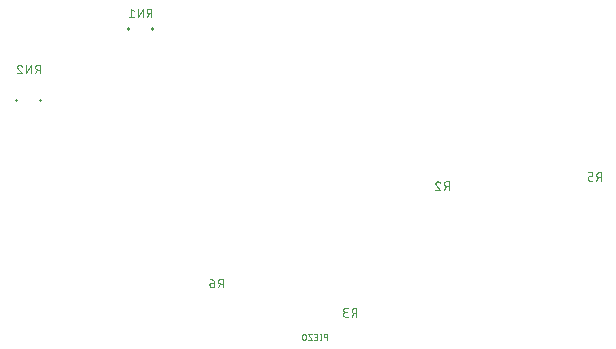
<source format=gbr>
G04 EAGLE Gerber RS-274X export*
G75*
%MOMM*%
%FSLAX34Y34*%
%LPD*%
%INSilkscreen Bottom*%
%IPPOS*%
%AMOC8*
5,1,8,0,0,1.08239X$1,22.5*%
G01*
%ADD10C,0.254000*%
%ADD11C,0.101600*%
%ADD12C,0.076200*%


D10*
X119728Y288744D02*
X119728Y288344D01*
X99728Y288344D02*
X99728Y288744D01*
D11*
X119232Y298302D02*
X119232Y305414D01*
X117257Y305414D01*
X117170Y305412D01*
X117082Y305406D01*
X116995Y305397D01*
X116909Y305383D01*
X116823Y305366D01*
X116739Y305345D01*
X116655Y305320D01*
X116572Y305291D01*
X116491Y305259D01*
X116411Y305224D01*
X116333Y305185D01*
X116256Y305142D01*
X116182Y305096D01*
X116110Y305047D01*
X116040Y304995D01*
X115972Y304939D01*
X115907Y304881D01*
X115844Y304820D01*
X115785Y304756D01*
X115728Y304689D01*
X115674Y304621D01*
X115623Y304549D01*
X115576Y304476D01*
X115531Y304401D01*
X115490Y304323D01*
X115453Y304244D01*
X115419Y304164D01*
X115389Y304082D01*
X115362Y303999D01*
X115339Y303914D01*
X115320Y303829D01*
X115305Y303743D01*
X115293Y303656D01*
X115285Y303569D01*
X115281Y303482D01*
X115281Y303394D01*
X115285Y303307D01*
X115293Y303220D01*
X115305Y303133D01*
X115320Y303047D01*
X115339Y302962D01*
X115362Y302877D01*
X115389Y302794D01*
X115419Y302712D01*
X115453Y302632D01*
X115490Y302553D01*
X115531Y302475D01*
X115576Y302400D01*
X115623Y302327D01*
X115674Y302255D01*
X115728Y302187D01*
X115785Y302120D01*
X115844Y302056D01*
X115907Y301995D01*
X115972Y301937D01*
X116040Y301881D01*
X116110Y301829D01*
X116182Y301780D01*
X116256Y301734D01*
X116333Y301691D01*
X116411Y301652D01*
X116491Y301617D01*
X116572Y301585D01*
X116655Y301556D01*
X116739Y301531D01*
X116823Y301510D01*
X116909Y301493D01*
X116995Y301479D01*
X117082Y301470D01*
X117170Y301464D01*
X117257Y301462D01*
X117257Y301463D02*
X119232Y301463D01*
X116862Y301463D02*
X115281Y298302D01*
X111734Y298302D02*
X111734Y305414D01*
X107783Y298302D01*
X107783Y305414D01*
X104175Y303834D02*
X102199Y305414D01*
X102199Y298302D01*
X100224Y298302D02*
X104175Y298302D01*
D10*
X24732Y228546D02*
X24732Y228146D01*
X4732Y228146D02*
X4732Y228546D01*
D11*
X24744Y250804D02*
X24744Y257916D01*
X22769Y257916D01*
X22682Y257914D01*
X22594Y257908D01*
X22507Y257899D01*
X22421Y257885D01*
X22335Y257868D01*
X22251Y257847D01*
X22167Y257822D01*
X22084Y257793D01*
X22003Y257761D01*
X21923Y257726D01*
X21845Y257687D01*
X21768Y257644D01*
X21694Y257598D01*
X21622Y257549D01*
X21552Y257497D01*
X21484Y257441D01*
X21419Y257383D01*
X21356Y257322D01*
X21297Y257258D01*
X21240Y257191D01*
X21186Y257123D01*
X21135Y257051D01*
X21088Y256978D01*
X21043Y256903D01*
X21002Y256825D01*
X20965Y256746D01*
X20931Y256666D01*
X20901Y256584D01*
X20874Y256501D01*
X20851Y256416D01*
X20832Y256331D01*
X20817Y256245D01*
X20805Y256158D01*
X20797Y256071D01*
X20793Y255984D01*
X20793Y255896D01*
X20797Y255809D01*
X20805Y255722D01*
X20817Y255635D01*
X20832Y255549D01*
X20851Y255464D01*
X20874Y255379D01*
X20901Y255296D01*
X20931Y255214D01*
X20965Y255134D01*
X21002Y255055D01*
X21043Y254977D01*
X21088Y254902D01*
X21135Y254829D01*
X21186Y254757D01*
X21240Y254689D01*
X21297Y254622D01*
X21356Y254558D01*
X21419Y254497D01*
X21484Y254439D01*
X21552Y254383D01*
X21622Y254331D01*
X21694Y254282D01*
X21768Y254236D01*
X21845Y254193D01*
X21923Y254154D01*
X22003Y254119D01*
X22084Y254087D01*
X22167Y254058D01*
X22251Y254033D01*
X22335Y254012D01*
X22421Y253995D01*
X22507Y253981D01*
X22594Y253972D01*
X22682Y253966D01*
X22769Y253964D01*
X22769Y253965D02*
X24744Y253965D01*
X22374Y253965D02*
X20793Y250804D01*
X17246Y250804D02*
X17246Y257916D01*
X13295Y250804D01*
X13295Y257916D01*
X7514Y257916D02*
X7432Y257914D01*
X7350Y257908D01*
X7268Y257899D01*
X7187Y257886D01*
X7107Y257869D01*
X7027Y257848D01*
X6949Y257824D01*
X6872Y257796D01*
X6796Y257765D01*
X6721Y257730D01*
X6649Y257691D01*
X6578Y257650D01*
X6509Y257605D01*
X6443Y257557D01*
X6378Y257506D01*
X6316Y257452D01*
X6257Y257395D01*
X6200Y257336D01*
X6146Y257274D01*
X6095Y257209D01*
X6047Y257143D01*
X6002Y257074D01*
X5961Y257003D01*
X5922Y256931D01*
X5887Y256856D01*
X5856Y256780D01*
X5828Y256703D01*
X5804Y256625D01*
X5783Y256545D01*
X5766Y256465D01*
X5753Y256384D01*
X5744Y256302D01*
X5738Y256220D01*
X5736Y256138D01*
X7514Y257916D02*
X7607Y257914D01*
X7699Y257908D01*
X7791Y257899D01*
X7883Y257886D01*
X7974Y257869D01*
X8064Y257849D01*
X8154Y257825D01*
X8242Y257797D01*
X8330Y257765D01*
X8415Y257731D01*
X8500Y257692D01*
X8582Y257651D01*
X8663Y257606D01*
X8743Y257557D01*
X8820Y257506D01*
X8895Y257452D01*
X8967Y257394D01*
X9038Y257334D01*
X9105Y257270D01*
X9170Y257205D01*
X9233Y257136D01*
X9292Y257065D01*
X9349Y256992D01*
X9403Y256916D01*
X9453Y256839D01*
X9501Y256759D01*
X9545Y256677D01*
X9585Y256594D01*
X9623Y256509D01*
X9657Y256423D01*
X9687Y256336D01*
X6328Y254755D02*
X6267Y254816D01*
X6209Y254879D01*
X6154Y254945D01*
X6101Y255013D01*
X6052Y255084D01*
X6007Y255156D01*
X5964Y255231D01*
X5925Y255307D01*
X5889Y255386D01*
X5857Y255465D01*
X5829Y255546D01*
X5804Y255629D01*
X5783Y255712D01*
X5766Y255796D01*
X5752Y255881D01*
X5743Y255966D01*
X5737Y256052D01*
X5735Y256138D01*
X6328Y254755D02*
X9687Y250804D01*
X5736Y250804D01*
X370855Y159272D02*
X370855Y152160D01*
X370855Y159272D02*
X368879Y159272D01*
X368792Y159270D01*
X368704Y159264D01*
X368617Y159255D01*
X368531Y159241D01*
X368445Y159224D01*
X368361Y159203D01*
X368277Y159178D01*
X368194Y159149D01*
X368113Y159117D01*
X368033Y159082D01*
X367955Y159043D01*
X367878Y159000D01*
X367804Y158954D01*
X367732Y158905D01*
X367662Y158853D01*
X367594Y158797D01*
X367529Y158739D01*
X367466Y158678D01*
X367407Y158614D01*
X367350Y158547D01*
X367296Y158479D01*
X367245Y158407D01*
X367198Y158334D01*
X367153Y158259D01*
X367112Y158181D01*
X367075Y158102D01*
X367041Y158022D01*
X367011Y157940D01*
X366984Y157857D01*
X366961Y157772D01*
X366942Y157687D01*
X366927Y157601D01*
X366915Y157514D01*
X366907Y157427D01*
X366903Y157340D01*
X366903Y157252D01*
X366907Y157165D01*
X366915Y157078D01*
X366927Y156991D01*
X366942Y156905D01*
X366961Y156820D01*
X366984Y156735D01*
X367011Y156652D01*
X367041Y156570D01*
X367075Y156490D01*
X367112Y156411D01*
X367153Y156333D01*
X367198Y156258D01*
X367245Y156185D01*
X367296Y156113D01*
X367350Y156045D01*
X367407Y155978D01*
X367466Y155914D01*
X367529Y155853D01*
X367594Y155795D01*
X367662Y155739D01*
X367732Y155687D01*
X367804Y155638D01*
X367878Y155592D01*
X367955Y155549D01*
X368033Y155510D01*
X368113Y155475D01*
X368194Y155443D01*
X368277Y155414D01*
X368361Y155389D01*
X368445Y155368D01*
X368531Y155351D01*
X368617Y155337D01*
X368704Y155328D01*
X368792Y155322D01*
X368879Y155320D01*
X368879Y155321D02*
X370855Y155321D01*
X368484Y155321D02*
X366904Y152160D01*
X361427Y159272D02*
X361345Y159270D01*
X361263Y159264D01*
X361181Y159255D01*
X361100Y159242D01*
X361020Y159225D01*
X360940Y159204D01*
X360862Y159180D01*
X360785Y159152D01*
X360709Y159121D01*
X360634Y159086D01*
X360562Y159047D01*
X360491Y159006D01*
X360422Y158961D01*
X360356Y158913D01*
X360291Y158862D01*
X360229Y158808D01*
X360170Y158751D01*
X360113Y158692D01*
X360059Y158630D01*
X360008Y158565D01*
X359960Y158499D01*
X359915Y158430D01*
X359874Y158359D01*
X359835Y158287D01*
X359800Y158212D01*
X359769Y158136D01*
X359741Y158059D01*
X359717Y157981D01*
X359696Y157901D01*
X359679Y157821D01*
X359666Y157740D01*
X359657Y157658D01*
X359651Y157576D01*
X359649Y157494D01*
X361427Y159272D02*
X361520Y159270D01*
X361612Y159264D01*
X361704Y159255D01*
X361796Y159242D01*
X361887Y159225D01*
X361977Y159205D01*
X362067Y159181D01*
X362155Y159153D01*
X362243Y159121D01*
X362328Y159087D01*
X362413Y159048D01*
X362495Y159007D01*
X362576Y158962D01*
X362656Y158913D01*
X362733Y158862D01*
X362808Y158808D01*
X362880Y158750D01*
X362951Y158690D01*
X363018Y158626D01*
X363083Y158561D01*
X363146Y158492D01*
X363205Y158421D01*
X363262Y158348D01*
X363316Y158272D01*
X363366Y158195D01*
X363414Y158115D01*
X363458Y158033D01*
X363498Y157950D01*
X363536Y157865D01*
X363570Y157779D01*
X363600Y157692D01*
X360242Y156111D02*
X360181Y156172D01*
X360123Y156235D01*
X360068Y156301D01*
X360015Y156369D01*
X359966Y156440D01*
X359921Y156512D01*
X359878Y156587D01*
X359839Y156663D01*
X359803Y156742D01*
X359771Y156821D01*
X359743Y156902D01*
X359718Y156985D01*
X359697Y157068D01*
X359680Y157152D01*
X359666Y157237D01*
X359657Y157322D01*
X359651Y157408D01*
X359649Y157494D01*
X360242Y156111D02*
X363600Y152160D01*
X359649Y152160D01*
D12*
X268221Y30099D02*
X268221Y24765D01*
X268221Y30099D02*
X266739Y30099D01*
X266663Y30097D01*
X266587Y30091D01*
X266511Y30081D01*
X266436Y30068D01*
X266362Y30050D01*
X266288Y30029D01*
X266216Y30004D01*
X266146Y29975D01*
X266076Y29943D01*
X266009Y29907D01*
X265944Y29867D01*
X265880Y29825D01*
X265819Y29779D01*
X265761Y29730D01*
X265705Y29678D01*
X265651Y29624D01*
X265601Y29566D01*
X265554Y29507D01*
X265509Y29444D01*
X265468Y29380D01*
X265431Y29314D01*
X265397Y29245D01*
X265366Y29175D01*
X265339Y29104D01*
X265316Y29031D01*
X265297Y28957D01*
X265281Y28883D01*
X265269Y28807D01*
X265261Y28731D01*
X265257Y28655D01*
X265257Y28579D01*
X265261Y28503D01*
X265269Y28427D01*
X265281Y28351D01*
X265297Y28277D01*
X265316Y28203D01*
X265339Y28130D01*
X265366Y28059D01*
X265397Y27989D01*
X265431Y27920D01*
X265468Y27854D01*
X265509Y27790D01*
X265554Y27727D01*
X265601Y27668D01*
X265651Y27610D01*
X265705Y27556D01*
X265761Y27504D01*
X265819Y27455D01*
X265880Y27409D01*
X265944Y27367D01*
X266009Y27327D01*
X266076Y27291D01*
X266146Y27259D01*
X266216Y27230D01*
X266288Y27205D01*
X266362Y27184D01*
X266436Y27166D01*
X266511Y27153D01*
X266587Y27143D01*
X266663Y27137D01*
X266739Y27135D01*
X266739Y27136D02*
X268221Y27136D01*
X262637Y24765D02*
X262637Y30099D01*
X263230Y24765D02*
X262045Y24765D01*
X262045Y30099D02*
X263230Y30099D01*
X259533Y24765D02*
X257162Y24765D01*
X259533Y24765D02*
X259533Y30099D01*
X257162Y30099D01*
X257755Y27728D02*
X259533Y27728D01*
X255158Y30099D02*
X252195Y30099D01*
X255158Y24765D01*
X252195Y24765D01*
X249854Y26247D02*
X249854Y28617D01*
X249855Y28617D02*
X249853Y28693D01*
X249847Y28769D01*
X249837Y28845D01*
X249824Y28920D01*
X249806Y28994D01*
X249785Y29068D01*
X249760Y29140D01*
X249731Y29210D01*
X249699Y29280D01*
X249663Y29347D01*
X249623Y29412D01*
X249581Y29476D01*
X249535Y29537D01*
X249486Y29595D01*
X249434Y29651D01*
X249380Y29705D01*
X249322Y29755D01*
X249263Y29802D01*
X249200Y29847D01*
X249136Y29888D01*
X249070Y29925D01*
X249001Y29959D01*
X248931Y29990D01*
X248860Y30017D01*
X248787Y30040D01*
X248713Y30059D01*
X248639Y30075D01*
X248563Y30087D01*
X248487Y30095D01*
X248411Y30099D01*
X248335Y30099D01*
X248259Y30095D01*
X248183Y30087D01*
X248107Y30075D01*
X248033Y30059D01*
X247959Y30040D01*
X247886Y30017D01*
X247815Y29990D01*
X247745Y29959D01*
X247676Y29925D01*
X247610Y29888D01*
X247546Y29847D01*
X247483Y29802D01*
X247424Y29755D01*
X247366Y29705D01*
X247312Y29651D01*
X247260Y29595D01*
X247211Y29537D01*
X247165Y29476D01*
X247123Y29412D01*
X247083Y29347D01*
X247047Y29280D01*
X247015Y29210D01*
X246986Y29140D01*
X246961Y29068D01*
X246940Y28994D01*
X246922Y28920D01*
X246909Y28845D01*
X246899Y28769D01*
X246893Y28693D01*
X246891Y28617D01*
X246891Y26247D01*
X246893Y26171D01*
X246899Y26095D01*
X246909Y26019D01*
X246922Y25944D01*
X246940Y25870D01*
X246961Y25796D01*
X246986Y25724D01*
X247015Y25654D01*
X247047Y25584D01*
X247083Y25517D01*
X247123Y25452D01*
X247165Y25388D01*
X247211Y25327D01*
X247260Y25269D01*
X247312Y25213D01*
X247366Y25159D01*
X247424Y25109D01*
X247483Y25062D01*
X247546Y25017D01*
X247610Y24976D01*
X247676Y24939D01*
X247745Y24905D01*
X247815Y24874D01*
X247886Y24847D01*
X247959Y24824D01*
X248033Y24805D01*
X248107Y24789D01*
X248183Y24777D01*
X248259Y24769D01*
X248335Y24765D01*
X248411Y24765D01*
X248487Y24769D01*
X248563Y24777D01*
X248639Y24789D01*
X248713Y24805D01*
X248787Y24824D01*
X248860Y24847D01*
X248931Y24874D01*
X249001Y24905D01*
X249070Y24939D01*
X249136Y24976D01*
X249200Y25017D01*
X249263Y25062D01*
X249322Y25109D01*
X249380Y25159D01*
X249434Y25213D01*
X249486Y25269D01*
X249535Y25327D01*
X249581Y25388D01*
X249623Y25452D01*
X249663Y25517D01*
X249699Y25584D01*
X249731Y25654D01*
X249760Y25724D01*
X249785Y25796D01*
X249806Y25870D01*
X249824Y25944D01*
X249837Y26019D01*
X249847Y26095D01*
X249853Y26171D01*
X249855Y26247D01*
D11*
X292637Y44704D02*
X292637Y51816D01*
X290661Y51816D01*
X290574Y51814D01*
X290486Y51808D01*
X290399Y51799D01*
X290313Y51785D01*
X290227Y51768D01*
X290143Y51747D01*
X290059Y51722D01*
X289976Y51693D01*
X289895Y51661D01*
X289815Y51626D01*
X289737Y51587D01*
X289660Y51544D01*
X289586Y51498D01*
X289514Y51449D01*
X289444Y51397D01*
X289376Y51341D01*
X289311Y51283D01*
X289248Y51222D01*
X289189Y51158D01*
X289132Y51091D01*
X289078Y51023D01*
X289027Y50951D01*
X288980Y50878D01*
X288935Y50803D01*
X288894Y50725D01*
X288857Y50646D01*
X288823Y50566D01*
X288793Y50484D01*
X288766Y50401D01*
X288743Y50316D01*
X288724Y50231D01*
X288709Y50145D01*
X288697Y50058D01*
X288689Y49971D01*
X288685Y49884D01*
X288685Y49796D01*
X288689Y49709D01*
X288697Y49622D01*
X288709Y49535D01*
X288724Y49449D01*
X288743Y49364D01*
X288766Y49279D01*
X288793Y49196D01*
X288823Y49114D01*
X288857Y49034D01*
X288894Y48955D01*
X288935Y48877D01*
X288980Y48802D01*
X289027Y48729D01*
X289078Y48657D01*
X289132Y48589D01*
X289189Y48522D01*
X289248Y48458D01*
X289311Y48397D01*
X289376Y48339D01*
X289444Y48283D01*
X289514Y48231D01*
X289586Y48182D01*
X289660Y48136D01*
X289737Y48093D01*
X289815Y48054D01*
X289895Y48019D01*
X289976Y47987D01*
X290059Y47958D01*
X290143Y47933D01*
X290227Y47912D01*
X290313Y47895D01*
X290399Y47881D01*
X290486Y47872D01*
X290574Y47866D01*
X290661Y47864D01*
X290661Y47865D02*
X292637Y47865D01*
X290266Y47865D02*
X288686Y44704D01*
X285382Y44704D02*
X283407Y44704D01*
X283320Y44706D01*
X283232Y44712D01*
X283145Y44721D01*
X283059Y44735D01*
X282973Y44752D01*
X282889Y44773D01*
X282805Y44798D01*
X282722Y44827D01*
X282641Y44859D01*
X282561Y44894D01*
X282483Y44933D01*
X282406Y44976D01*
X282332Y45022D01*
X282260Y45071D01*
X282190Y45123D01*
X282122Y45179D01*
X282057Y45237D01*
X281994Y45298D01*
X281935Y45362D01*
X281878Y45429D01*
X281824Y45497D01*
X281773Y45569D01*
X281726Y45642D01*
X281681Y45717D01*
X281640Y45795D01*
X281603Y45874D01*
X281569Y45954D01*
X281539Y46036D01*
X281512Y46119D01*
X281489Y46204D01*
X281470Y46289D01*
X281455Y46375D01*
X281443Y46462D01*
X281435Y46549D01*
X281431Y46636D01*
X281431Y46724D01*
X281435Y46811D01*
X281443Y46898D01*
X281455Y46985D01*
X281470Y47071D01*
X281489Y47156D01*
X281512Y47241D01*
X281539Y47324D01*
X281569Y47406D01*
X281603Y47486D01*
X281640Y47565D01*
X281681Y47643D01*
X281726Y47718D01*
X281773Y47791D01*
X281824Y47863D01*
X281878Y47931D01*
X281935Y47998D01*
X281994Y48062D01*
X282057Y48123D01*
X282122Y48181D01*
X282190Y48237D01*
X282260Y48289D01*
X282332Y48338D01*
X282406Y48384D01*
X282483Y48427D01*
X282561Y48466D01*
X282641Y48501D01*
X282722Y48533D01*
X282805Y48562D01*
X282889Y48587D01*
X282973Y48608D01*
X283059Y48625D01*
X283145Y48639D01*
X283232Y48648D01*
X283320Y48654D01*
X283407Y48656D01*
X283011Y51816D02*
X285382Y51816D01*
X283011Y51816D02*
X282932Y51814D01*
X282854Y51808D01*
X282776Y51798D01*
X282698Y51785D01*
X282621Y51767D01*
X282545Y51746D01*
X282471Y51721D01*
X282397Y51692D01*
X282325Y51660D01*
X282255Y51624D01*
X282187Y51584D01*
X282121Y51541D01*
X282057Y51495D01*
X281995Y51446D01*
X281936Y51394D01*
X281880Y51339D01*
X281826Y51281D01*
X281776Y51221D01*
X281728Y51158D01*
X281684Y51093D01*
X281643Y51026D01*
X281605Y50957D01*
X281571Y50886D01*
X281540Y50813D01*
X281513Y50739D01*
X281490Y50664D01*
X281471Y50588D01*
X281455Y50510D01*
X281443Y50432D01*
X281435Y50354D01*
X281431Y50275D01*
X281431Y50197D01*
X281435Y50118D01*
X281443Y50040D01*
X281455Y49962D01*
X281471Y49884D01*
X281490Y49808D01*
X281513Y49733D01*
X281540Y49659D01*
X281571Y49586D01*
X281605Y49515D01*
X281643Y49446D01*
X281684Y49379D01*
X281728Y49314D01*
X281776Y49251D01*
X281826Y49191D01*
X281880Y49133D01*
X281936Y49078D01*
X281995Y49026D01*
X282057Y48977D01*
X282121Y48931D01*
X282187Y48888D01*
X282255Y48848D01*
X282325Y48812D01*
X282397Y48780D01*
X282471Y48751D01*
X282545Y48726D01*
X282621Y48705D01*
X282698Y48687D01*
X282776Y48674D01*
X282854Y48664D01*
X282932Y48658D01*
X283011Y48656D01*
X283011Y48655D02*
X284592Y48655D01*
X499873Y159766D02*
X499873Y166878D01*
X497897Y166878D01*
X497810Y166876D01*
X497722Y166870D01*
X497635Y166861D01*
X497549Y166847D01*
X497463Y166830D01*
X497379Y166809D01*
X497295Y166784D01*
X497212Y166755D01*
X497131Y166723D01*
X497051Y166688D01*
X496973Y166649D01*
X496896Y166606D01*
X496822Y166560D01*
X496750Y166511D01*
X496680Y166459D01*
X496612Y166403D01*
X496547Y166345D01*
X496484Y166284D01*
X496425Y166220D01*
X496368Y166153D01*
X496314Y166085D01*
X496263Y166013D01*
X496216Y165940D01*
X496171Y165865D01*
X496130Y165787D01*
X496093Y165708D01*
X496059Y165628D01*
X496029Y165546D01*
X496002Y165463D01*
X495979Y165378D01*
X495960Y165293D01*
X495945Y165207D01*
X495933Y165120D01*
X495925Y165033D01*
X495921Y164946D01*
X495921Y164858D01*
X495925Y164771D01*
X495933Y164684D01*
X495945Y164597D01*
X495960Y164511D01*
X495979Y164426D01*
X496002Y164341D01*
X496029Y164258D01*
X496059Y164176D01*
X496093Y164096D01*
X496130Y164017D01*
X496171Y163939D01*
X496216Y163864D01*
X496263Y163791D01*
X496314Y163719D01*
X496368Y163651D01*
X496425Y163584D01*
X496484Y163520D01*
X496547Y163459D01*
X496612Y163401D01*
X496680Y163345D01*
X496750Y163293D01*
X496822Y163244D01*
X496896Y163198D01*
X496973Y163155D01*
X497051Y163116D01*
X497131Y163081D01*
X497212Y163049D01*
X497295Y163020D01*
X497379Y162995D01*
X497463Y162974D01*
X497549Y162957D01*
X497635Y162943D01*
X497722Y162934D01*
X497810Y162928D01*
X497897Y162926D01*
X497897Y162927D02*
X499873Y162927D01*
X497502Y162927D02*
X495922Y159766D01*
X492618Y159766D02*
X490247Y159766D01*
X490169Y159768D01*
X490092Y159774D01*
X490015Y159783D01*
X489939Y159796D01*
X489863Y159813D01*
X489788Y159834D01*
X489715Y159858D01*
X489642Y159886D01*
X489571Y159918D01*
X489502Y159953D01*
X489435Y159991D01*
X489369Y160032D01*
X489306Y160077D01*
X489245Y160125D01*
X489186Y160175D01*
X489130Y160229D01*
X489076Y160285D01*
X489026Y160344D01*
X488978Y160405D01*
X488933Y160468D01*
X488892Y160534D01*
X488854Y160601D01*
X488819Y160670D01*
X488787Y160741D01*
X488759Y160814D01*
X488735Y160887D01*
X488714Y160962D01*
X488697Y161038D01*
X488684Y161114D01*
X488675Y161191D01*
X488669Y161268D01*
X488667Y161346D01*
X488667Y162137D01*
X488669Y162215D01*
X488675Y162292D01*
X488684Y162369D01*
X488697Y162445D01*
X488714Y162521D01*
X488735Y162596D01*
X488759Y162669D01*
X488787Y162742D01*
X488819Y162813D01*
X488854Y162882D01*
X488892Y162949D01*
X488933Y163015D01*
X488978Y163078D01*
X489026Y163139D01*
X489076Y163198D01*
X489130Y163254D01*
X489186Y163308D01*
X489245Y163358D01*
X489306Y163406D01*
X489369Y163451D01*
X489435Y163492D01*
X489502Y163530D01*
X489571Y163565D01*
X489642Y163597D01*
X489715Y163625D01*
X489788Y163649D01*
X489863Y163670D01*
X489939Y163687D01*
X490015Y163700D01*
X490092Y163709D01*
X490169Y163715D01*
X490247Y163717D01*
X492618Y163717D01*
X492618Y166878D01*
X488667Y166878D01*
X179593Y76722D02*
X179593Y69610D01*
X179593Y76722D02*
X177617Y76722D01*
X177530Y76720D01*
X177442Y76714D01*
X177355Y76705D01*
X177269Y76691D01*
X177183Y76674D01*
X177099Y76653D01*
X177015Y76628D01*
X176932Y76599D01*
X176851Y76567D01*
X176771Y76532D01*
X176693Y76493D01*
X176616Y76450D01*
X176542Y76404D01*
X176470Y76355D01*
X176400Y76303D01*
X176332Y76247D01*
X176267Y76189D01*
X176204Y76128D01*
X176145Y76064D01*
X176088Y75997D01*
X176034Y75929D01*
X175983Y75857D01*
X175936Y75784D01*
X175891Y75709D01*
X175850Y75631D01*
X175813Y75552D01*
X175779Y75472D01*
X175749Y75390D01*
X175722Y75307D01*
X175699Y75222D01*
X175680Y75137D01*
X175665Y75051D01*
X175653Y74964D01*
X175645Y74877D01*
X175641Y74790D01*
X175641Y74702D01*
X175645Y74615D01*
X175653Y74528D01*
X175665Y74441D01*
X175680Y74355D01*
X175699Y74270D01*
X175722Y74185D01*
X175749Y74102D01*
X175779Y74020D01*
X175813Y73940D01*
X175850Y73861D01*
X175891Y73783D01*
X175936Y73708D01*
X175983Y73635D01*
X176034Y73563D01*
X176088Y73495D01*
X176145Y73428D01*
X176204Y73364D01*
X176267Y73303D01*
X176332Y73245D01*
X176400Y73189D01*
X176470Y73137D01*
X176542Y73088D01*
X176616Y73042D01*
X176693Y72999D01*
X176771Y72960D01*
X176851Y72925D01*
X176932Y72893D01*
X177015Y72864D01*
X177099Y72839D01*
X177183Y72818D01*
X177269Y72801D01*
X177355Y72787D01*
X177442Y72778D01*
X177530Y72772D01*
X177617Y72770D01*
X177617Y72771D02*
X179593Y72771D01*
X177222Y72771D02*
X175642Y69610D01*
X172338Y73561D02*
X169967Y73561D01*
X169889Y73559D01*
X169812Y73553D01*
X169735Y73544D01*
X169659Y73531D01*
X169583Y73514D01*
X169508Y73493D01*
X169435Y73469D01*
X169362Y73441D01*
X169291Y73409D01*
X169222Y73374D01*
X169155Y73336D01*
X169089Y73295D01*
X169026Y73250D01*
X168965Y73202D01*
X168906Y73152D01*
X168850Y73098D01*
X168796Y73042D01*
X168746Y72983D01*
X168698Y72922D01*
X168653Y72859D01*
X168612Y72793D01*
X168574Y72726D01*
X168539Y72657D01*
X168507Y72586D01*
X168479Y72513D01*
X168455Y72440D01*
X168434Y72365D01*
X168417Y72289D01*
X168404Y72213D01*
X168395Y72136D01*
X168389Y72059D01*
X168387Y71981D01*
X168387Y71586D01*
X168389Y71499D01*
X168395Y71411D01*
X168404Y71324D01*
X168418Y71238D01*
X168435Y71152D01*
X168456Y71068D01*
X168481Y70984D01*
X168510Y70901D01*
X168542Y70820D01*
X168577Y70740D01*
X168616Y70662D01*
X168659Y70585D01*
X168705Y70511D01*
X168754Y70439D01*
X168806Y70369D01*
X168862Y70301D01*
X168920Y70236D01*
X168981Y70173D01*
X169045Y70114D01*
X169112Y70057D01*
X169180Y70003D01*
X169252Y69952D01*
X169325Y69905D01*
X169400Y69860D01*
X169478Y69819D01*
X169557Y69782D01*
X169637Y69748D01*
X169719Y69718D01*
X169802Y69691D01*
X169887Y69668D01*
X169972Y69649D01*
X170058Y69634D01*
X170145Y69622D01*
X170232Y69614D01*
X170319Y69610D01*
X170407Y69610D01*
X170494Y69614D01*
X170581Y69622D01*
X170668Y69634D01*
X170754Y69649D01*
X170839Y69668D01*
X170924Y69691D01*
X171007Y69718D01*
X171089Y69748D01*
X171169Y69782D01*
X171248Y69819D01*
X171326Y69860D01*
X171401Y69905D01*
X171474Y69952D01*
X171546Y70003D01*
X171614Y70057D01*
X171681Y70114D01*
X171745Y70173D01*
X171806Y70236D01*
X171864Y70301D01*
X171920Y70369D01*
X171972Y70439D01*
X172021Y70511D01*
X172067Y70585D01*
X172110Y70662D01*
X172149Y70740D01*
X172184Y70820D01*
X172216Y70901D01*
X172245Y70984D01*
X172270Y71068D01*
X172291Y71152D01*
X172308Y71238D01*
X172322Y71324D01*
X172331Y71411D01*
X172337Y71499D01*
X172339Y71586D01*
X172338Y71586D02*
X172338Y73561D01*
X172336Y73671D01*
X172330Y73782D01*
X172321Y73891D01*
X172307Y74001D01*
X172290Y74110D01*
X172269Y74218D01*
X172244Y74326D01*
X172216Y74432D01*
X172183Y74538D01*
X172147Y74642D01*
X172108Y74745D01*
X172065Y74847D01*
X172018Y74947D01*
X171968Y75045D01*
X171915Y75142D01*
X171858Y75236D01*
X171798Y75329D01*
X171734Y75419D01*
X171668Y75507D01*
X171598Y75593D01*
X171526Y75676D01*
X171451Y75757D01*
X171373Y75835D01*
X171292Y75910D01*
X171209Y75982D01*
X171123Y76052D01*
X171035Y76118D01*
X170945Y76182D01*
X170852Y76242D01*
X170758Y76299D01*
X170661Y76352D01*
X170563Y76402D01*
X170463Y76449D01*
X170361Y76492D01*
X170258Y76531D01*
X170154Y76567D01*
X170048Y76600D01*
X169942Y76628D01*
X169834Y76653D01*
X169726Y76674D01*
X169617Y76691D01*
X169507Y76705D01*
X169398Y76714D01*
X169287Y76720D01*
X169177Y76722D01*
M02*

</source>
